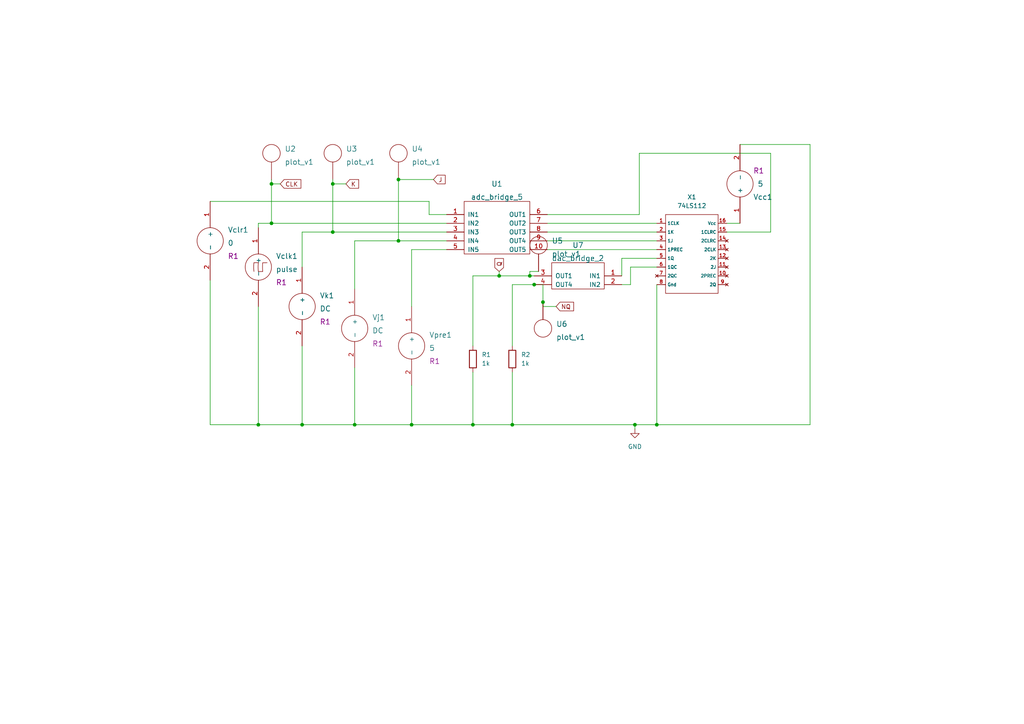
<source format=kicad_sch>
(kicad_sch (version 20211123) (generator eeschema)
  (paper "A4")
  (lib_symbols
    (symbol "DC_1" (pin_names (offset 1.016))
      (property "Reference" "Vcc" (at 5.08 3.175 0))
      (property "Value" "DC_1" (at 5.08 -0.635 0))
      (property "Footprint" "R1" (at 5.08 -4.445 0))
      (symbol "DC_1_0_1"
        (circle (center 0 0) (radius 3.81))
      )
      (symbol "DC_1_1_1"
        (pin power_out line (at 0 11.43 270) (length 7.62) (name "+") (number "1"))
        (pin power_in line (at 0 -11.43 90) (length 7.62) (name "-") (number "2"))
      )
    )
    (symbol "DC_2" (pin_names (offset 1.016))
      (property "Reference" "Vclr1" (at 5.08 3.175 0))
      (property "Value" "DC_2" (at 5.08 -0.635 0))
      (property "Footprint" "R1" (at 5.08 -4.445 0))
      (symbol "DC_2_0_1"
        (circle (center 0 0) (radius 3.81))
      )
      (symbol "DC_2_1_1"
        (pin power_out line (at 0 11.43 270) (length 7.62) (name "+") (number "1"))
        (pin power_in line (at 0 -11.43 90) (length 7.62) (name "-") (number "2"))
      )
    )
    (symbol "DC_3" (pin_names (offset 1.016))
      (property "Reference" "Vpre1" (at 5.08 3.175 0))
      (property "Value" "DC_3" (at 5.08 -0.635 0))
      (property "Footprint" "R1" (at 5.08 -4.445 0))
      (symbol "DC_3_0_1"
        (circle (center 0 0) (radius 3.81))
      )
      (symbol "DC_3_1_1"
        (pin power_out line (at 0 11.43 270) (length 7.62) (name "+") (number "1"))
        (pin power_in line (at 0 -11.43 90) (length 7.62) (name "-") (number "2"))
      )
    )
    (symbol "DC_4" (pin_names (offset 1.016))
      (property "Reference" "Vj1" (at 5.08 3.175 0))
      (property "Value" "DC_4" (at 5.08 -0.635 0))
      (property "Footprint" "R1" (at 5.08 -4.445 0))
      (symbol "DC_4_0_1"
        (circle (center 0 0) (radius 3.81))
      )
      (symbol "DC_4_1_1"
        (pin power_out line (at 0 11.43 270) (length 7.62) (name "+") (number "1"))
        (pin power_in line (at 0 -11.43 90) (length 7.62) (name "-") (number "2"))
      )
    )
    (symbol "eSim_Devices:resistor" (pin_numbers hide) (pin_names (offset 0))
      (property "Reference" "R" (at 1.27 3.302 0))
      (property "Value" "resistor" (at 1.27 -1.27 0))
      (symbol "resistor_0_1"
        (rectangle (start 3.81 0.254) (end -1.27 2.286) (stroke (width 0.254)))
      )
      (symbol "resistor_1_1"
        (pin passive line (at -2.54 1.27 0) (length 1.27) (name "~") (number "1"))
        (pin passive line (at 5.08 1.27 180) (length 1.27) (name "~") (number "2"))
      )
    )
    (symbol "eSim_Hybrid:adc_bridge_5" (pin_names (offset 1.016))
      (property "Reference" "U" (at 0 0 0))
      (property "Value" "adc_bridge_5" (at 0 3.81 0))
      (symbol "adc_bridge_5_0_1"
        (rectangle (start -10.16 5.08) (end 8.89 -10.16))
      )
      (symbol "adc_bridge_5_1_1"
        (pin input line (at -15.24 1.27 0) (length 5.08) (name "IN1") (number "1"))
        (pin output line (at 13.97 -8.89 180) (length 5.08) (name "OUT5") (number "10"))
        (pin input line (at -15.24 -1.27 0) (length 5.08) (name "IN2") (number "2"))
        (pin input line (at -15.24 -3.81 0) (length 5.08) (name "IN3") (number "3"))
        (pin input line (at -15.24 -6.35 0) (length 5.08) (name "IN4") (number "4"))
        (pin input line (at -15.24 -8.89 0) (length 5.08) (name "IN5") (number "5"))
        (pin output line (at 13.97 1.27 180) (length 5.08) (name "OUT1") (number "6"))
        (pin output line (at 13.97 -1.27 180) (length 5.08) (name "OUT2") (number "7"))
        (pin output line (at 13.97 -3.81 180) (length 5.08) (name "OUT3") (number "8"))
        (pin output line (at 13.97 -6.35 180) (length 5.08) (name "OUT4") (number "9"))
      )
    )
    (symbol "eSim_Hybrid:dac_bridge_2" (pin_names (offset 1.016))
      (property "Reference" "U" (at 0 0 0))
      (property "Value" "dac_bridge_2" (at 1.27 3.81 0))
      (symbol "dac_bridge_2_0_1"
        (rectangle (start -6.35 5.08) (end 8.89 -2.54))
      )
      (symbol "dac_bridge_2_1_1"
        (pin input line (at -11.43 1.27 0) (length 5.08) (name "IN1") (number "1"))
        (pin input line (at -11.43 -1.27 0) (length 5.08) (name "IN2") (number "2"))
        (pin output line (at 13.97 1.27 180) (length 5.08) (name "OUT1") (number "3"))
        (pin output line (at 13.97 -1.27 180) (length 5.08) (name "OUT4") (number "4"))
      )
    )
    (symbol "eSim_Plot:plot_v1" (pin_names (offset 1.016))
      (property "Reference" "U" (at 0 12.7 0))
      (property "Value" "plot_v1" (at 5.08 8.89 0))
      (symbol "plot_v1_0_1"
        (circle (center 0 12.7) (radius 2.54))
      )
      (symbol "plot_v1_1_1"
        (pin input line (at 0 5.08 90) (length 5.08) (name "~") (number "~"))
      )
    )
    (symbol "eSim_Power:eSim_GND" (power) (pin_names (offset 0))
      (property "Value" "eSim_GND" (at 0 -3.81 0))
      (symbol "eSim_GND_0_1"
        (polyline (pts (xy 0 0) (xy 0 -1.27) (xy 1.27 -1.27) (xy 0 -2.54) (xy -1.27 -1.27) (xy 0 -1.27)))
      )
      (symbol "eSim_GND_1_1"
        (pin power_in line (at 0 0 270) (length 0) hide (name "GND") (number "1"))
      )
    )
    (symbol "eSim_Sources:DC" (pin_names (offset 1.016))
      (property "Reference" "v" (at -5.08 2.54 0))
      (property "Value" "DC" (at -5.08 -1.27 0))
      (property "Footprint" "R1" (at -7.62 0 0))
      (symbol "DC_0_1"
        (circle (center 0 0) (radius 3.81))
      )
      (symbol "DC_1_1"
        (pin power_out line (at 0 11.43 270) (length 7.62) (name "+") (number "1"))
        (pin power_out line (at 0 -11.43 90) (length 7.62) (name "-") (number "2"))
      )
    )
    (symbol "eSim_Sources:pulse" (pin_names (offset 1.016))
      (property "Reference" "v" (at -5.08 2.54 0))
      (property "Value" "pulse" (at -5.08 -1.27 0))
      (property "Footprint" "R1" (at -7.62 0 0))
      (symbol "pulse_0_1"
        (arc (start -1.27 1.27) (mid -1.3491 0) (end -1.27 -1.27))
        (arc (start 0 -1.27) (mid 0.635 -1.2876) (end 1.27 -1.27))
        (circle (center 0 0) (radius 3.81))
        (arc (start 0 1.27) (mid -0.635 1.2859) (end -1.27 1.27))
        (arc (start 0 1.27) (mid -0.0703 0) (end 0 -1.27))
        (arc (start 1.27 1.27) (mid 1.2124 0) (end 1.27 -1.27))
        (arc (start 1.27 1.27) (mid 1.905 1.2556) (end 2.54 1.27))
      )
      (symbol "pulse_1_1"
        (pin passive line (at 0 11.43 270) (length 7.62) (name "+") (number "1"))
        (pin passive line (at 0 -11.43 90) (length 7.62) (name "-") (number "2"))
      )
    )
    (symbol "eSim_Subckt:74LS112"
      (property "Reference" "X?" (at 0 16.51 0))
      (property "Value" "74LS112" (at 0 13.97 0))
      (symbol "74LS112_0_1"
        (rectangle (start -7.62 11.43) (end 7.62 -11.43))
      )
      (symbol "74LS112_1_1"
        (pin input line (at -10.16 8.89 0) (length 2.54) (name "1CLK") (number "1"))
        (pin no_connect line (at 10.16 -6.35 180) (length 2.54) (name "2PREC") (number "10"))
        (pin no_connect line (at 10.16 -3.81 180) (length 2.54) (name "2J") (number "11"))
        (pin no_connect line (at 10.16 -1.27 180) (length 2.54) (name "2K") (number "12"))
        (pin no_connect line (at 10.16 1.27 180) (length 2.54) (name "2CLK") (number "13"))
        (pin no_connect line (at 10.16 3.81 180) (length 2.54) (name "2CLRC") (number "14"))
        (pin input line (at 10.16 6.35 180) (length 2.54) (name "1CLRC") (number "15"))
        (pin power_in line (at 10.16 8.89 180) (length 2.54) (name "Vcc") (number "16"))
        (pin input line (at -10.16 6.35 0) (length 2.54) (name "1K") (number "2"))
        (pin input line (at -10.16 3.81 0) (length 2.54) (name "1J") (number "3"))
        (pin input line (at -10.16 1.27 0) (length 2.54) (name "1PREC") (number "4"))
        (pin output line (at -10.16 -1.27 0) (length 2.54) (name "1Q") (number "5"))
        (pin output line (at -10.16 -3.81 0) (length 2.54) (name "1QC") (number "6"))
        (pin no_connect line (at -10.16 -6.35 0) (length 2.54) (name "2QC") (number "7"))
        (pin power_in line (at -10.16 -8.89 0) (length 2.54) (name "Gnd") (number "8"))
        (pin no_connect line (at 10.16 -8.89 180) (length 2.54) (name "2Q") (number "9"))
      )
    )
  )
  (junction (at 115.57 69.85))
  (junction (at 148.59 123.19))
  (junction (at 78.74 64.77))
  (junction (at 78.74 53.34))
  (junction (at 137.16 123.19))
  (junction (at 87.63 123.19))
  (junction (at 184.15 123.19))
  (junction (at 154.94 82.55))
  (junction (at 96.52 67.31))
  (junction (at 190.5 123.19))
  (junction (at 115.57 52.07))
  (junction (at 153.67 80.01))
  (junction (at 74.93 123.19))
  (junction (at 102.87 123.19))
  (junction (at 144.78 80.01))
  (junction (at 96.52 53.34))
  (junction (at 157.48 87.63))
  (junction (at 119.38 123.19))
  (wire (pts (xy 153.67 80.01) (xy 154.94 80.01)))
  (wire (pts (xy 137.16 107.95) (xy 137.16 123.19)))
  (wire (pts (xy 158.75 64.77) (xy 190.5 64.77)))
  (wire (pts (xy 158.75 67.31) (xy 190.5 67.31)))
  (wire (pts (xy 78.74 52.07) (xy 78.74 53.34)))
  (wire (pts (xy 60.96 81.28) (xy 60.96 123.19)))
  (wire (pts (xy 60.96 58.42) (xy 124.46 58.42)))
  (wire (pts (xy 184.15 123.19) (xy 184.15 124.46)))
  (wire (pts (xy 182.88 82.55) (xy 180.34 82.55)))
  (wire (pts (xy 190.5 77.47) (xy 182.88 77.47)))
  (wire (pts (xy 137.16 123.19) (xy 148.59 123.19)))
  (wire (pts (xy 115.57 69.85) (xy 129.54 69.85)))
  (wire (pts (xy 154.94 82.55) (xy 157.48 82.55)))
  (wire (pts (xy 124.46 62.23) (xy 129.54 62.23)))
  (wire (pts (xy 153.67 78.74) (xy 153.67 80.01)))
  (wire (pts (xy 137.16 80.01) (xy 144.78 80.01)))
  (wire (pts (xy 119.38 72.39) (xy 129.54 72.39)))
  (wire (pts (xy 185.42 62.23) (xy 185.42 44.45)))
  (wire (pts (xy 78.74 53.34) (xy 78.74 64.77)))
  (wire (pts (xy 144.78 80.01) (xy 153.67 80.01)))
  (wire (pts (xy 210.82 64.77) (xy 214.63 64.77)))
  (wire (pts (xy 158.75 72.39) (xy 190.5 72.39)))
  (wire (pts (xy 161.29 88.9) (xy 157.48 88.9)))
  (wire (pts (xy 96.52 53.34) (xy 96.52 67.31)))
  (wire (pts (xy 137.16 100.33) (xy 137.16 80.01)))
  (wire (pts (xy 184.15 123.19) (xy 190.5 123.19)))
  (wire (pts (xy 102.87 69.85) (xy 115.57 69.85)))
  (wire (pts (xy 102.87 123.19) (xy 119.38 123.19)))
  (wire (pts (xy 87.63 100.33) (xy 87.63 123.19)))
  (wire (pts (xy 157.48 82.55) (xy 157.48 87.63)))
  (wire (pts (xy 74.93 64.77) (xy 74.93 66.04)))
  (wire (pts (xy 78.74 53.34) (xy 81.28 53.34)))
  (wire (pts (xy 156.21 78.74) (xy 153.67 78.74)))
  (wire (pts (xy 87.63 123.19) (xy 102.87 123.19)))
  (wire (pts (xy 60.96 123.19) (xy 74.93 123.19)))
  (wire (pts (xy 144.78 78.74) (xy 144.78 80.01)))
  (wire (pts (xy 148.59 107.95) (xy 148.59 123.19)))
  (wire (pts (xy 234.95 41.91) (xy 214.63 41.91)))
  (wire (pts (xy 158.75 69.85) (xy 190.5 69.85)))
  (wire (pts (xy 124.46 58.42) (xy 124.46 62.23)))
  (wire (pts (xy 74.93 64.77) (xy 78.74 64.77)))
  (wire (pts (xy 157.48 87.63) (xy 157.48 88.9)))
  (wire (pts (xy 148.59 100.33) (xy 148.59 82.55)))
  (wire (pts (xy 115.57 52.07) (xy 125.73 52.07)))
  (wire (pts (xy 96.52 53.34) (xy 100.33 53.34)))
  (wire (pts (xy 119.38 111.76) (xy 119.38 123.19)))
  (wire (pts (xy 87.63 67.31) (xy 96.52 67.31)))
  (wire (pts (xy 78.74 64.77) (xy 129.54 64.77)))
  (wire (pts (xy 96.52 67.31) (xy 129.54 67.31)))
  (wire (pts (xy 102.87 106.68) (xy 102.87 123.19)))
  (wire (pts (xy 223.52 44.45) (xy 223.52 67.31)))
  (wire (pts (xy 96.52 52.07) (xy 96.52 53.34)))
  (wire (pts (xy 190.5 82.55) (xy 190.5 123.19)))
  (wire (pts (xy 102.87 83.82) (xy 102.87 69.85)))
  (wire (pts (xy 190.5 123.19) (xy 234.95 123.19)))
  (wire (pts (xy 115.57 52.07) (xy 115.57 69.85)))
  (wire (pts (xy 223.52 67.31) (xy 210.82 67.31)))
  (wire (pts (xy 119.38 88.9) (xy 119.38 72.39)))
  (wire (pts (xy 148.59 82.55) (xy 154.94 82.55)))
  (wire (pts (xy 87.63 77.47) (xy 87.63 67.31)))
  (wire (pts (xy 119.38 123.19) (xy 137.16 123.19)))
  (wire (pts (xy 234.95 123.19) (xy 234.95 41.91)))
  (wire (pts (xy 74.93 123.19) (xy 87.63 123.19)))
  (wire (pts (xy 185.42 44.45) (xy 223.52 44.45)))
  (wire (pts (xy 180.34 74.93) (xy 190.5 74.93)))
  (wire (pts (xy 74.93 88.9) (xy 74.93 123.19)))
  (wire (pts (xy 158.75 62.23) (xy 185.42 62.23)))
  (wire (pts (xy 182.88 77.47) (xy 182.88 82.55)))
  (wire (pts (xy 180.34 80.01) (xy 180.34 74.93)))
  (wire (pts (xy 148.59 123.19) (xy 184.15 123.19)))
  (global_label "K" (shape input) (at 100.33 53.34 0) (property "Intersheet References" "${INTERSHEET_REFS}" (effects hide)))
  (global_label "NQ" (shape input) (at 161.29 88.9 0) (property "Intersheet References" "${INTERSHEET_REFS}" (effects hide)))
  (global_label "Q" (shape input) (at 144.78 78.74 90) (property "Intersheet References" "${INTERSHEET_REFS}" (effects hide)))
  (global_label "CLK" (shape input) (at 81.28 53.34 0) (property "Intersheet References" "${INTERSHEET_REFS}" (effects hide)))
  (global_label "J" (shape input) (at 125.73 52.07 0) (property "Intersheet References" "${INTERSHEET_REFS}" (effects hide)))
  (symbol (lib_id "eSim_Plot:plot_v1") (at 157.48 82.55 180) (unit 1)
    (property "Reference" "U6" (at 161.29 93.98 0) (effects (font (size 1.524 1.524)) (justify right)))
    (property "Value" "plot_v1" (at 161.29 97.79 0) (effects (font (size 1.524 1.524)) (justify right)))
  )
  (symbol (lib_name "DC_1") (lib_id "eSim_Sources:DC") (at 214.63 53.34 180) (unit 1)
    (property "Reference" "Vcc1" (at 218.44 57.15 0) (effects (font (size 1.524 1.524)) (justify right)))
    (property "Value" "5" (at 219.71 53.34 0) (effects (font (size 1.524 1.524)) (justify right)))
    (property "Footprint" "R1" (at 218.44 49.53 0) (effects (font (size 1.524 1.524)) (justify right)))
  )
  (symbol (lib_id "eSim_Power:eSim_GND") (at 184.15 124.46 0) (unit 1)
    (property "Reference" "#PWR01" (effects hide))
    (property "Value" "eSim_GND" (at 184.15 129.54 0))
  )
  (symbol (lib_id "eSim_Sources:DC") (at 87.63 88.9 0) (unit 1)
    (property "Reference" "Vk1" (at 92.71 85.725 0) (effects (font (size 1.524 1.524)) (justify left)))
    (property "Value" "DC" (at 92.71 89.535 0) (effects (font (size 1.524 1.524)) (justify left)))
    (property "Footprint" "R1" (at 92.71 93.345 0) (effects (font (size 1.524 1.524)) (justify left)))
  )
  (symbol (lib_id "eSim_Subckt:74LS112") (at 200.66 73.66 0) (unit 1)
    (property "Reference" "X1" (at 200.66 57.15 0))
    (property "Value" "74LS112" (at 200.66 59.69 0))
  )
  (symbol (lib_id "eSim_Hybrid:adc_bridge_5") (at 144.78 63.5 0) (unit 1)
    (property "Reference" "U1" (at 144.145 53.34 0) (effects (font (size 1.524 1.524))))
    (property "Value" "adc_bridge_5" (at 144.145 57.15 0) (effects (font (size 1.524 1.524))))
  )
  (symbol (lib_id "eSim_Hybrid:dac_bridge_2") (at 168.91 81.28 0) (mirror y) (unit 1)
    (property "Reference" "U7" (at 167.64 71.12 0) (effects (font (size 1.524 1.524))))
    (property "Value" "dac_bridge_2" (at 167.64 74.93 0) (effects (font (size 1.524 1.524))))
  )
  (symbol (lib_id "eSim_Plot:plot_v1") (at 78.74 57.15 0) (unit 1)
    (property "Reference" "U2" (at 82.55 43.18 0) (effects (font (size 1.524 1.524)) (justify left)))
    (property "Value" "plot_v1" (at 82.55 46.99 0) (effects (font (size 1.524 1.524)) (justify left)))
  )
  (symbol (lib_id "eSim_Plot:plot_v1") (at 96.52 57.15 0) (unit 1)
    (property "Reference" "U3" (at 100.33 43.18 0) (effects (font (size 1.524 1.524)) (justify left)))
    (property "Value" "plot_v1" (at 100.33 46.99 0) (effects (font (size 1.524 1.524)) (justify left)))
  )
  (symbol (lib_name "DC_3") (lib_id "eSim_Sources:DC") (at 119.38 100.33 0) (unit 1)
    (property "Reference" "Vpre1" (at 124.46 97.155 0) (effects (font (size 1.524 1.524)) (justify left)))
    (property "Value" "5" (at 124.46 100.965 0) (effects (font (size 1.524 1.524)) (justify left)))
    (property "Footprint" "R1" (at 124.46 104.775 0) (effects (font (size 1.524 1.524)) (justify left)))
  )
  (symbol (lib_name "DC_2") (lib_id "eSim_Sources:DC") (at 60.96 69.85 0) (unit 1)
    (property "Reference" "Vclr1" (at 66.04 66.675 0) (effects (font (size 1.524 1.524)) (justify left)))
    (property "Value" "0" (at 66.04 70.485 0) (effects (font (size 1.524 1.524)) (justify left)))
    (property "Footprint" "R1" (at 66.04 74.295 0) (effects (font (size 1.524 1.524)) (justify left)))
  )
  (symbol (lib_id "eSim_Plot:plot_v1") (at 156.21 83.82 0) (unit 1)
    (property "Reference" "U5" (at 160.02 69.85 0) (effects (font (size 1.524 1.524)) (justify left)))
    (property "Value" "plot_v1" (at 160.02 73.66 0) (effects (font (size 1.524 1.524)) (justify left)))
  )
  (symbol (lib_name "DC_4") (lib_id "eSim_Sources:DC") (at 102.87 95.25 0) (unit 1)
    (property "Reference" "Vj1" (at 107.95 92.075 0) (effects (font (size 1.524 1.524)) (justify left)))
    (property "Value" "DC" (at 107.95 95.885 0) (effects (font (size 1.524 1.524)) (justify left)))
    (property "Footprint" "R1" (at 107.95 99.695 0) (effects (font (size 1.524 1.524)) (justify left)))
  )
  (symbol (lib_id "eSim_Devices:resistor") (at 149.86 105.41 90) (unit 1)
    (property "Reference" "R2" (at 151.13 102.8699 90) (effects (justify right)))
    (property "Value" "1k" (at 151.13 105.4099 90) (effects (justify right)))
  )
  (symbol (lib_id "eSim_Sources:pulse") (at 74.93 77.47 0) (unit 1)
    (property "Reference" "Vclk1" (at 80.01 74.295 0) (effects (font (size 1.524 1.524)) (justify left)))
    (property "Value" "pulse" (at 80.01 78.105 0) (effects (font (size 1.524 1.524)) (justify left)))
    (property "Footprint" "R1" (at 80.01 81.915 0) (effects (font (size 1.524 1.524)) (justify left)))
  )
  (symbol (lib_id "eSim_Plot:plot_v1") (at 115.57 57.15 0) (unit 1)
    (property "Reference" "U4" (at 119.38 43.18 0) (effects (font (size 1.524 1.524)) (justify left)))
    (property "Value" "plot_v1" (at 119.38 46.99 0) (effects (font (size 1.524 1.524)) (justify left)))
  )
  (symbol (lib_id "eSim_Devices:resistor") (at 138.43 105.41 90) (unit 1)
    (property "Reference" "R1" (at 139.7 102.8699 90) (effects (justify right)))
    (property "Value" "1k" (at 139.7 105.4099 90) (effects (justify right)))
  )
)
</source>
